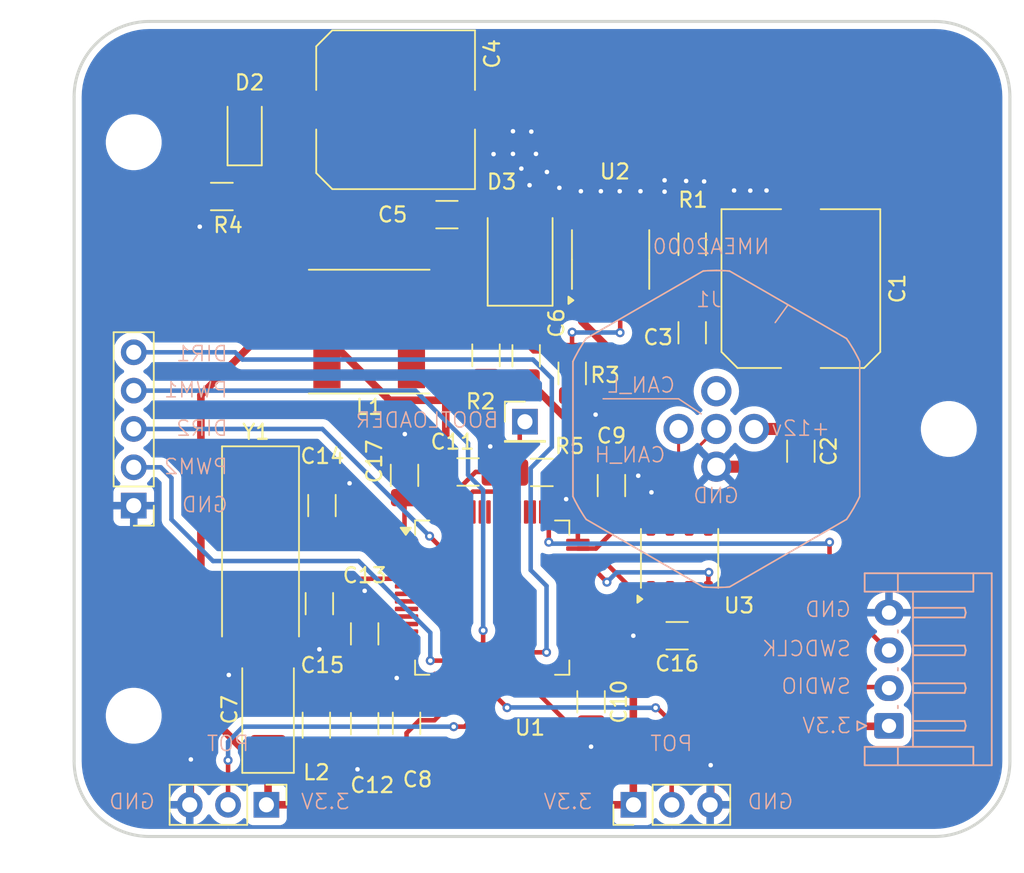
<source format=kicad_pcb>
(kicad_pcb (version 20240108) (generator "pcbnew") (generator_version "8.0")
  (title_block (comment 4 "AISLER Project ID: NTZIGRFK"))
  (layers (0 "F.Cu" signal) (31 "B.Cu" signal) (34 "B.Paste" user) (35 "F.Paste" user) (36 "B.SilkS" user "B.Silkscreen") (37 "F.SilkS" user "F.Silkscreen") (38 "B.Mask" user) (39 "F.Mask" user) (44 "Edge.Cuts" user))
  (net 0 "")
  (net 1 "+12V")
  (net 2 "GND")
  (net 3 "Net-(U2-Enable)")
  (net 4 "+3.3V")
  (net 5 "Net-(U2-Feedback)")
  (net 6 "+3.3VA")
  (net 7 "Net-(U1-PF0)")
  (net 8 "Net-(U1-PF1)")
  (net 9 "Net-(D2-K)")
  (net 11 "Net-(U1-BOOT0)")
  (net 19 "CAN_TX")
  (net 26 "SWDIO")
  (net 30 "DIR2")
  (net 35 "CAN_RX")
  (net 39 "PWM1")
  (net 40 "PWM2")
  (net 51 "DIR1")
  (net 55 "SWCLK")
  (net 60 "Left ADC")
  (net 61 "Right ADC")
  (net 62 "Net-(D3-K)")
  (net 63 "/CAN+")
  (net 64 "/CAN-")
  (footprint "Capacitor_SMD:C_1206_3216Metric" (layer "F.Cu") (at 103.67 108.475 90)
    (property "Reference" "C14")
    (property "Value" "30p" (hide yes))
  )
  (footprint "Capacitor_SMD:C_1206_3216Metric" (layer "F.Cu") (at 117.2 98.55 90)
    (property "Reference" "C6")
    (property "Value" "10nF" (hide yes))
  )
  (footprint "Capacitor_SMD:C_1206_3216Metric" (layer "F.Cu") (at 109.14 106.475 90)
    (property "Reference" "C17")
    (property "Value" "100n")
  )
  (footprint "Capacitor_SMD:C_1206_3216Metric" (layer "F.Cu") (at 122.85 107.15 -90)
    (property "Reference" "C9")
    (property "Value" "100n" (hide yes))
  )
  (footprint "MountingHole:MountingHole_3.2mm_M3_ISO7380" (layer "F.Cu") (at 91.2 122.4)
    (property "Reference" "REF**" (hide yes))
    (property "Value" "MountingHole_3.2mm_M3_ISO7380" (hide yes))
  )
  (footprint "Diode_SMD:D_SMB" (layer "F.Cu") (at 116.8 91.575 90)
    (property "Reference" "D3")
    (property "Value" "B240")
  )
  (footprint "Capacitor_SMD:C_Elec_10x10.2" (layer "F.Cu") (at 135.4 94.1 90)
    (property "Reference" "C1")
    (property "Value" "470µF" (hide yes))
  )
  (footprint "MountingHole:MountingHole_3.2mm_M3_ISO7380" (layer "F.Cu") (at 145.2 103.4)
    (property "Reference" "REF**" (hide yes))
    (property "Value" "MountingHole_3.2mm_M3_ISO7380" (hide yes))
  )
  (footprint "Capacitor_SMD:C_Elec_10x10.2" (layer "F.Cu") (at 108.55 82.25)
    (property "Reference" "C4")
    (property "Value" "470µF" (hide yes))
  )
  (footprint "Inductor_SMD:L_Taiyo-Yuden_NR-80xx" (layer "F.Cu") (at 106.8 96.95 180)
    (property "Reference" "L1")
    (property "Value" "22µH")
  )
  (footprint "Capacitor_SMD:C_1206_3216Metric" (layer "F.Cu") (at 109.275 122.9 90)
    (property "Reference" "C8")
    (property "Value" "100n" (hide yes))
  )
  (footprint "Capacitor_SMD:C_1206_3216Metric" (layer "F.Cu") (at 103.5 114.975 -90)
    (property "Reference" "C15")
    (property "Value" "30p" (hide yes))
  )
  (footprint "Package_QFP:LQFP-64_10x10mm_P0.5mm" (layer "F.Cu") (at 114.95 114.575)
    (property "Reference" "U1")
    (property "Value" "STM32F302RBTx" (hide yes))
  )
  (footprint "Capacitor_SMD:C_1206_3216Metric" (layer "F.Cu") (at 106.5 116.975 90)
    (property "Reference" "C13")
    (property "Value" "100n" (hide yes))
  )
  (footprint "Resistor_SMD:R_1206_3216Metric" (layer "F.Cu") (at 120.25 99.72 -90)
    (property "Reference" "R3")
    (property "Value" "1k5" (hide yes))
  )
  (footprint "Capacitor_SMD:C_1206_3216Metric" (layer "F.Cu") (at 111.95 89.2)
    (property "Reference" "C5")
    (property "Value" "0.1µF" (hide yes))
  )
  (footprint "Capacitor_Tantalum_SMD:CP_EIA-6032-20_AVX-F_Pad2.25x2.35mm_HandSolder" (layer "F.Cu") (at 100.1 122.25 90)
    (property "Reference" "C7")
    (property "Value" "4µ7")
  )
  (footprint "Resistor_SMD:R_1206_3216Metric" (layer "F.Cu") (at 118.2375 106.28)
    (property "Reference" "R5")
    (property "Value" "10K" (hide yes))
  )
  (footprint "LED_SMD:LED_1206_3216Metric" (layer "F.Cu") (at 98.55 83.65 90)
    (property "Reference" "D2")
    (property "Value" "LED" (hide yes))
  )
  (footprint "Resistor_SMD:R_1206_3216Metric" (layer "F.Cu") (at 97.0375 88 180)
    (property "Reference" "R4")
    (property "Value" "1k5" (hide yes))
  )
  (footprint "Capacitor_SMD:C_1206_3216Metric" (layer "F.Cu") (at 113.35 106.25)
    (property "Reference" "C11")
    (property "Value" "100n" (hide yes))
  )
  (footprint "Crystal:Crystal_SMD_HC49-SD" (layer "F.Cu") (at 99.6 111.25 -90)
    (property "Reference" "Y1")
    (property "Value" "8MHz" (hide yes))
  )
  (footprint "Capacitor_SMD:C_1206_3216Metric" (layer "F.Cu") (at 106.5 122.925 -90)
    (property "Reference" "C12")
    (property "Value" "1µ" (hide yes))
  )
  (footprint "Inductor_SMD:L_1206_3216Metric" (layer "F.Cu") (at 103.3 123.025 90)
    (property "Reference" "L2")
    (property "Value" "27n" (hide yes))
  )
  (footprint "Connector_PinHeader_2.54mm:PinHeader_1x05_P2.54mm_Vertical" (layer "F.Cu") (at 91.2 108.48 180)
    (property "Reference" "J2" (hide yes))
    (property "Value" "Motor connection" (hide yes))
  )
  (footprint "Resistor_SMD:R_1206_3216Metric" (layer "F.Cu") (at 114.54 98.52 90)
    (property "Reference" "R2")
    (property "Value" "2k5" (hide yes))
  )
  (footprint "Capacitor_SMD:C_1206_3216Metric" (layer "F.Cu") (at 121.5 121.475 -90)
    (property "Reference" "C10")
    (property "Value" "100n")
  )
  (footprint "Connector_PinHeader_2.54mm:PinHeader_1x03_P2.54mm_Vertical" (layer "F.Cu") (at 99.99 128.3 -90)
    (property "Reference" "J4" (hide yes))
    (property "Value" "Right motor" (hide yes))
  )
  (footprint "Capacitor_SMD:C_1206_3216Metric" (layer "F.Cu") (at 135.4 104.875 -90)
    (property "Reference" "C2")
    (property "Value" "0.1µF")
  )
  (footprint "Capacitor_SMD:C_1206_3216Metric" (layer "F.Cu") (at 128.2 97.025 90)
    (property "Reference" "C3")
    (property "Value" "0.1µF" (hide yes))
  )
  (footprint "Connector_PinHeader_2.54mm:PinHeader_1x01_P2.54mm_Vertical" (layer "F.Cu") (at 117.12 102.92)
    (property "Reference" "H1" (hide yes))
    (property "Value" "MountingHole_Pad" (hide yes))
  )
  (footprint "MountingHole:MountingHole_3.2mm_M3_ISO7380" (layer "F.Cu") (at 91.2 84.405)
    (property "Reference" "REF**" (hide yes))
    (property "Value" "MountingHole_3.2mm_M3_ISO7380" (hide yes))
  )
  (footprint "Package_SO:SOIC-8_3.9x4.9mm_P1.27mm" (layer "F.Cu") (at 127.365 111.975 90)
    (property "Reference" "U3")
    (property "Value" "SN65HVD230" (hide yes))
  )
  (footprint "Connector_PinHeader_2.54mm:PinHeader_1x03_P2.54mm_Vertical" (layer "F.Cu") (at 124.31 128.3 90)
    (property "Reference" "J3" (hide yes))
    (property "Value" "Left motor" (hide yes))
  )
  (footprint "Capacitor_SMD:C_1206_3216Metric" (layer "F.Cu") (at 127.2 117.1 180)
    (property "Reference" "C16")
    (property "Value" "100n" (hide yes))
  )
  (footprint "Resistor_SMD:R_1206_3216Metric" (layer "F.Cu") (at 128.2 91.1625 90)
    (property "Reference" "R1")
    (property "Value" "100k" (hide yes))
  )
  (footprint "Package_SO:SOIC-8_3.9x4.9mm_P1.27mm" (layer "F.Cu") (at 122.795 92.175 90)
    (property "Reference" "U2")
    (property "Value" "~" (hide yes))
  )
  (footprint "Connector_JST:JST_EH_S4B-EH_1x04_P2.50mm_Horizontal" (layer "B.Cu") (at 141.2375 123.07 90)
    (property "Reference" "J5" (hide yes))
    (property "Value" "SWI" (hide yes))
  )
  (footprint "m12_5pol:m12_5pol" (layer "B.Cu") (at 129.8 103.4 180)
    (property "Reference" "J1")
    (property "Value" "Conn_01x05_Pin")
  )
  (gr_line (start 149.25 125.4) (end 149.25 81.4) (stroke (width 0.2)) (layer "Edge.Cuts"))
  (gr_line (start 92.25 130.4) (end 144.25 130.4) (stroke (width 0.2)) (layer "Edge.Cuts"))
  (gr_arc (start 149.25 125.4) (mid 147.785534 128.935534) (end 144.25 130.4) (stroke (width 0.2)) (layer "Edge.Cuts"))
  (gr_arc (start 87.25 81.4) (mid 88.714466 77.864466) (end 92.249999 76.4) (stroke (width 0.2)) (layer "Edge.Cuts"))
  (gr_line (start 87.25 81.4) (end 87.25 125.400001) (stroke (width 0.2)) (layer "Edge.Cuts"))
  (gr_arc (start 92.25 130.4) (mid 88.714466 128.935534) (end 87.25 125.400001) (stroke (width 0.2)) (layer "Edge.Cuts"))
  (gr_arc (start 144.25 76.4) (mid 147.785534 77.864466) (end 149.25 81.4) (stroke (width 0.2)) (layer "Edge.Cuts"))
  (gr_line (start 144.25 76.4) (end 92.249999 76.4) (stroke (width 0.2)) (layer "Edge.Cuts"))
  (gr_text "GND\n" (at 134.975 128.675 0) (layer "B.SilkS") (effects (font (size 1 1) (thickness 0.1)) (justify left bottom mirror)))
  (gr_text "POT" (at 98.914762 124.825 0) (layer "B.SilkS") (effects (font (size 1 1) (thickness 0.1)) (justify left bottom mirror)))
  (gr_text "SWDCLK\n" (at 138.79 118.54 0) (layer "B.SilkS") (effects (font (size 1 1) (thickness 0.1)) (justify left bottom mirror)))
  (gr_text "POT" (at 128.294762 124.825 0) (layer "B.SilkS") (effects (font (size 1 1) (thickness 0.1)) (justify left bottom mirror)))
  (gr_text "DIR2" (at 97.5 103.9395 0) (layer "B.SilkS") (effects (font (size 1 1) (thickness 0.1)) (justify left bottom mirror)))
  (gr_text "GND\n" (at 97.5 109 0) (layer "B.SilkS") (effects (font (size 1 1) (thickness 0.1)) (justify left bottom mirror)))
  (gr_text "SWDIO\n\n" (at 138.79 122.64 0) (layer "B.SilkS") (effects (font (size 1 1) (thickness 0.1)) (justify left bottom mirror)))
  (gr_text "3.3V\n" (at 138.79 123.64 0) (layer "B.SilkS") (effects (font (size 1 1) (thickness 0.1)) (justify left bottom mirror)))
  (gr_text "PWM2\n" (at 97.5 106.4795 0) (layer "B.SilkS") (effects (font (size 1 1) (thickness 0.1)) (justify left bottom mirror)))
  (gr_text "PWM1\n" (at 97.5 101.3995 0) (layer "B.SilkS") (effects (font (size 1 1) (thickness 0.1)) (justify left bottom mirror)))
  (gr_text "BOOTLOADER" (at 115.44 103.4 0) (layer "B.SilkS") (effects (font (size 1 1) (thickness 0.1)) (justify left bottom mirror)))
  (gr_text "3.3V\n" (at 121.65 128.675 0) (layer "B.SilkS") (effects (font (size 1 1) (thickness 0.1)) (justify left bottom mirror)))
  (gr_text "GND\n" (at 138.79 115.94 0) (layer "B.SilkS") (effects (font (size 1 1) (thickness 0.1)) (justify left bottom mirror)))
  (gr_text "GND\n" (at 92.675 128.675 0) (layer "B.SilkS") (effects (font (size 1 1) (thickness 0.1)) (justify left bottom mirror)))
  (gr_text "DIR1\n" (at 97.5 99 0) (layer "B.SilkS") (effects (font (size 1 1) (thickness 0.1)) (justify left bottom mirror)))
  (gr_text "3.3V\n" (at 105.575 128.675 0) (layer "B.SilkS") (effects (font (size 1 1) (thickness 0.1)) (justify left bottom mirror)))
  (gr_text "NMEA2000\n" (at 133.4 91.9 0) (layer "B.SilkS") (effects (font (size 1 1) (thickness 0.1)) (justify left bottom mirror)))
  (segment (start 120.89 95.15) (end 120.89 96.28) (width 0.5) (layer "F.Cu") (net 1))
  (segment (start 120.89 96.28) (end 123.11 98.5) (width 0.5) (layer "F.Cu") (net 1))
  (segment (start 135.4 98.5) (end 128.2 98.5) (width 0.8) (layer "F.Cu") (net 1))
  (segment (start 135.4 103.4) (end 135.4 98.5) (width 0.8) (layer "F.Cu") (net 1))
  (segment (start 123.11 98.5) (end 128.2 98.5) (width 0.5) (layer "F.Cu") (net 1))
  (segment (start 132.3 103.4) (end 135.4 103.4) (width 0.8) (layer "F.Cu") (net 1))
  (segment (start 94.95 127.97) (end 94.95 125.33) (width 0.5) (layer "F.Cu") (net 2))
  (segment (start 125.4 117.1) (end 124.3 117.1) (width 0.5) (layer "F.Cu") (net 2))
  (segment (start 95.5625 89.9875) (end 95.575 90) (width 0.5) (layer "F.Cu") (net 2))
  (segment (start 132.95 106.35) (end 132.5 105.9) (width 0.8) (layer "F.Cu") (net 2))
  (segment (start 108.625 119.9) (end 108.625 119.875) (width 0.5) (layer "F.Cu") (net 2))
  (segment (start 122.85 108.625) (end 122.85 108.275) (width 0.5) (layer "F.Cu") (net 2))
  (segment (start 106.05 125.95) (end 106.025 125.95) (width 0.5) (layer "F.Cu") (net 2))
  (segment (start 111.7 108.02188) (end 112.11188 107.61) (width 0.3) (layer "F.Cu") (net 2))
  (segment (start 109.16 103.74) (end 109.15 103.75) (width 0.5) (layer "F.Cu") (net 2))
  (segment (start 112.49 107.61) (end 113.85 106.25) (width 0.3) (layer "F.Cu") (net 2))
  (segment (start 95.5625 88.05) (end 95.5625 89.9875) (width 0.5) (layer "F.Cu") (net 2))
  (segment (start 105.5 107) (end 103.67 107) (width 0.5) (layer "F.Cu") (net 2))
  (segment (start 114.825 104.565) (end 114.825 106.25) (width 0.5) (layer "F.Cu") (net 2))
  (segment (start 109.15 103.75) (end 109.15 105.3) (width 0.5) (layer "F.Cu") (net 2))
  (segment (start 121.5 122.95) (end 121.5 124.45) (width 0.5) (layer "F.Cu") (net 2))
  (segment (start 111.7 108.9) (end 111.7 108.02188) (width 0.3) (layer "F.Cu") (net 2))
  (segment (start 118.2 120.25) (end 118.2 121.12812) (width 0.3) (layer "F.Cu") (net 2))
  (segment (start 109.275 116.325) (end 107.325 116.325) (width 0.3) (layer "F.Cu") (net 2))
  (segment (start 129.425 125.675) (end 129.425 127.8175) (width 0.5) (layer "F.Cu") (net 2))
  (segment (start 125.725 117.1) (end 125.4 117.1) (width 0.5) (layer "F.Cu") (net 2))
  (segment (start 126.73 114.45) (end 126.73 116.095) (width 0.5) (layer "F.Cu") (net 2))
  (segment (start 122.85 110.3) (end 122.85 108.625) (width 0.3) (layer "F.Cu") (net 2))
  (segment (start 112.11188 107.61) (end 112.49 107.61) (width 0.3) (layer "F.Cu") (net 2))
  (segment (start 106.5 115.5) (end 106.5 114.125) (width 0.5) (layer "F.Cu") (net 2))
  (segment (start 114.82 104.56) (end 114.825 104.565) (width 0.5) (layer "F.Cu") (net 2))
  (segment (start 126.73 116.095) (end 125.725 117.1) (width 0.5) (layer "F.Cu") (net 2))
  (segment (start 125.46 109.5) (end 125.5 107.6) (width 0.5) (layer "F.Cu") (net 2))
  (segment (start 122.85 108.275) (end 124.625 106.5) (width 0.5) (layer "F.Cu") (net 2))
  (segment (start 106.5 124.4) (end 106.5 125.5) (width 0.5) (layer "F.Cu") (net 2))
  (segment (start 95 127.92) (end 94.92 128) (width 0.3) (layer "F.Cu") (net 2))
  (segment (start 119.7 101.225) (end 120.575 101.225) (width 0.5) (layer "F.Cu") (net 2))
  (segment (start 132.5 105.9) (end 129.8 105.9) (width 0.8) (layer "F.Cu") (net 2))
  (segment (start 119.6625 106.3) (end 119.85 106.4875) (width 0.5) (layer "F.Cu") (net 2))
  (segment (start 118.2 121.12812) (end 120.02188 122.95) (width 0.3) (layer "F.Cu") (net 2))
  (segment (start 121.825 111.325) (end 122.85 110.3) (width 0.3) (layer "F.Cu") (net 2))
  (segment (start 107.325 116.325) (end 106.5 115.5) (width 0.3) (layer "F.Cu") (net 2))
  (segment (start 106.025 125.95) (end 106.025 125.975) (width 0.5) (layer "F.Cu") (net 2))
  (segment (start 103.625 116.325) (end 103.5 116.45) (width 0.3) (layer "F.Cu") (net 2))
  (segment (start 106.5 125.5) (end 106.05 125.95) (width 0.5) (layer "F.Cu") (net 2))
  (segment (start 119.9875 101.0125) (end 120 101) (width 0.5) (layer "F.Cu") (net 2))
  (segment (start 109.275 121.425) (end 108.625 120.775) (width 0.5) (layer "F.Cu") (net 2))
  (segment (start 113.85 106.25) (end 114.825 106.25) (width 0.3) (layer "F.Cu") (net 2))
  (segment (start 119.85 106.4875) (end 119.85 107.95) (width 0.5) (layer "F.Cu") (net 2))
  (segment (start 120.02188 122.95) (end 121.5 122.95) (width 0.3) (layer "F.Cu") (net 2))
  (segment (start 120.625 111.325) (end 121.825 111.325) (width 0.3) (layer "F.Cu") (net 2))
  (segment (start 100.1 119.7) (end 97.5 119.7) (width 0.5) (layer "F.Cu") (net 2))
  (segment (start 106.025 125.975) (end 106.075 125.925) (width 0.5) (layer "F.Cu") (net 2))
  (segment (start 120.575 101.225) (end 121.8 102.45) (width 0.5) (layer "F.Cu") (net 2))
  (segment (start 108.625 120.775) (end 108.625 119.9) (width 0.5) (layer "F.Cu") (net 2))
  (segment (start 135.4 106.35) (end 132.95 106.35) (width 0.8) (layer "F.Cu") (net 2))
  (segment (start 125.5 107.6) (end 125.46 107.64) (width 0.5) (layer "F.Cu") (net 2))
  (segment (start 103.5 116.45) (end 103.5 118) (width 0.3) (layer "F.Cu") (net 2))
  (via (at 130.975 87.6) (size 0.6) (drill 0.3) (layers "F.Cu" "B.Cu") (net 2))
  (via (at 121.5 124.45) (size 0.6) (drill 0.3) (layers "F.Cu" "B.Cu") (net 2))
  (via (at 95.575 90) (size 0.6) (drill 0.3) (layers "F.Cu" "B.Cu") (net 2))
  (via (at 119.85 108.05) (size 0.6) (drill 0.3) (layers "F.Cu" "B.Cu") (net 2))
  (via (at 106.5 114.125) (size 0.6) (drill 0.3) (layers "F.Cu" "B.Cu") (net 2))
  (via (at 126.37 86.925) (size 0.6) (drill 0.3) (layers "F.Cu" "B.Cu") (net 2))
  (via (at 129.425 125.675) (size 0.6) (drill 0.3) (layers "F.Cu" "B.Cu") (net 2))
  (via (at 114.82 104.56) (size 0.6) (drill 0.3) (layers "F.Cu" "B.Cu") (net 2))
  (via (at 124.625 106.5) (size 0.6) (drill 0.3) (layers "F.Cu" "B.Cu") (net 2))
  (via (at 123.4 87.65) (size 0.6) (drill 0.3) (layers "F.Cu" "B.Cu") (net 2))
  (via (at 105.5 107) (size 0.6) (drill 0.3) (layers "F.Cu" "B.Cu") (net 2))
  (via (at 116.325 83.675) (size 0.6) (drill 0.3) (layers "F.Cu" "B.Cu") (net 2))
  (via (at 108.625 119.9) (size 0.6) (drill 0.3) (layers "F.Cu" "B.Cu") (net 2))
  (via (at 103.5 118) (size 0.6) (drill 0.3) (layers "F.Cu" "B.Cu") (net 2))
  (via (at 117.85 85.175) (size 0.6) (drill 0.3) (layers "F.Cu" "B.Cu") (net 2))
  (via (at 127.8 86.97) (size 0.6) (drill 0.3) (layers "F.Cu" "B.Cu") (net 2))
  (via (at 120.825 87.65) (size 0.6) (drill 0.3) (layers "F.Cu" "B.Cu") (net 2))
  (via (at 109.16 103.74) (size 0.6) (drill 0.3) (layers "F.Cu" "B.Cu") (net 2))
  (via (at 124.775 87.65) (size 0.6) (drill 0.3) (layers "F.Cu" "B.Cu") (net 2))
  (via (at 124.3 117.1) (size 0.6) (drill 0.3) (layers "F.Cu" "B.Cu") (net 2))
  (via (at 122.15 87.65) (size 0.6) (drill 0.3) (layers "F.Cu" "B.Cu") (net 2))
  (via (at 97.5 119.7) (size 0.6) (drill 0.3) (layers "F.Cu" "B.Cu") (net 2))
  (via (at 117.54 83.7) (size 0.6) (drill 0.3) (layers "F.Cu" "B.Cu") (net 2))
  (via (at 118.575 86.375) (size 0.6) (drill 0.3) (layers "F.Cu" "B.Cu") (net 2))
  (via (at 133.125 87.6) (size 0.6) (drill 0.3) (layers "F.Cu" "B.Cu") (net 2))
  (via (at 128.99 87) (size 0.6) (drill 0.3) (layers "F.Cu" "B.Cu") (net 2))
  (via (at 106.025 125.95) (size 0.6) (drill 0.3) (layers "F.Cu" "B.Cu") (net 2))
  (via (at 116.325 85.175) (size 0.6) (drill 0.3) (layers "F.Cu" "B.Cu") (net 2))
  (via (at 119.4 87.425) (size 0.6) (drill 0.3) (layers "F.Cu" "B.Cu") (net 2))
  (via (at 132.05 87.61) (size 0.6) (drill 0.3) (layers "F.Cu" "B.Cu") (net 2))
  (via (at 94.985 125.295) (size 0.6) (drill 0.3) (layers "F.Cu" "B.Cu") (net 2))
  (via (at 125.5 107.6) (size 0.6) (drill 0.3) (layers "F.Cu" "B.Cu") (net 2))
  (via (at 115.04 85.19) (size 0.6) (drill 0.3) (layers "F.Cu" "B.Cu") (net 2))
  (via (at 126.37 87.68) (size 0.6) (drill 0.3) (layers "F.Cu" "B.Cu") (net 2))
  (via (at 117.425 87.25) (size 0.6) (drill 0.3) (layers "F.Cu" "B.Cu") (net 2))
  (via (at 116.88 86.15) (size 0.6) (drill 0.3) (layers "F.Cu" "B.Cu") (net 2))
  (via (at 121.8 102.45) (size 0.6) (drill 0.3) (layers "F.Cu" "B.Cu") (net 2))
  (segment (start 128.2 94.1) (end 126.7 94.1) (width 0.5) (layer "F.Cu") (net 3))
  (segment (start 126.7 94.1) (end 125.65 95.15) (width 0.5) (layer "F.Cu") (net 3))
  (segment (start 128.2 95.55) (end 128.2 92.625) (width 0.5) (layer "F.Cu") (net 3))
  (segment (start 125.65 95.15) (end 124.7 95.15) (width 0.5) (layer "F.Cu") (net 3))
  (segment (start 99.85 96.95) (end 103.6 96.95) (width 0.5) (layer "F.Cu") (net 4))
  (segment (start 111.8 106.325) (end 111.875 106.25) (width 0.5) (layer "F.Cu") (net 4))
  (segment (start 100.3 128.3) (end 124 128.3) (width 0.5) (layer "F.Cu") (net 4))
  (segment (start 124.3 120.1) (end 124.2 120) (width 0.5) (layer "F.Cu") (net 4))
  (segment (start 95.65 101.15) (end 99.85 96.95) (width 0.5) (layer "F.Cu") (net 4))
  (segment (start 128.675 117.1) (end 128.675 119.925) (width 0.5) (layer "F.Cu") (net 4))
  (segment (start 127.8 120) (end 124.2 120) (width 0.5) (layer "F.Cu") (net 4))
  (segment (start 111.125 122.7) (end 110.125 122.7) (width 0.3) (layer "F.Cu") (net 4))
  (segment (start 98.6 124.8) (end 95.65 121.85) (width 0.5) (layer "F.Cu") (net 4))
  (segment (start 109.275 123.55) (end 109.275 124.375) (width 0.3) (layer "F.Cu") (net 4))
  (segment (start 111.775 101.5) (end 112.3 101.5) (width 0.5) (layer "F.Cu") (net 4))
  (segment (start 120.625 108.475) (end 122.85 106.25) (width 0.3) (layer "F.Cu") (net 4))
  (segment (start 122.85 106.25) (end 122.85 105.675) (width 0.3) (layer "F.Cu") (net 4))
  (segment (start 121.25 120.25) (end 121.5 120) (width 0.3) (layer "F.Cu") (net 4))
  (segment (start 104 82.3) (end 98.6 82.3) (width 0.5) (layer "F.Cu") (net 4))
  (segment (start 109.705 106.325) (end 111.8 106.325) (width 0.5) (layer "F.Cu") (net 4))
  (segment (start 109.275 128.275) (end 109.275 124.375) (width 0.5) (layer "F.Cu") (net 4))
  (segment (start 100.1 124.6) (end 103.3 124.6) (width 0.5) (layer "F.Cu") (net 4))
  (segment (start 124.2 120) (end 121.5 120) (width 0.5) (layer "F.Cu") (net 4))
  (segment (start 109.14 110.69) (end 109.275 110.825) (width 0.3) (layer "F.Cu") (net 4))
  (segment (start 109.14 106.89) (end 109.705 106.325) (width 0.5) (layer "F.Cu") (net 4))
  (segment (start 111.875 106.805) (end 111.875 106.25) (width 0.3) (layer "F.Cu") (net 4))
  (segment (start 122.808122 105.675) (end 122.85 105.675) (width 0.5) (layer "F.Cu") (net 4))
  (segment (start 104 95.7) (end 104 82.3) (width 0.5) (layer "F.Cu") (net 4))
  (segment (start 128 116.425) (end 128.675 117.1) (width 0.5) (layer "F.Cu") (net 4))
  (segment (start 120.625 110.825) (end 120.625 108.475) (width 0.3) (layer "F.Cu") (net 4))
  (segment (start 110.475 89.2) (end 104 89.2) (width 0.5) (layer "F.Cu") (net 4))
  (segment (start 108.15 101.5) (end 111.775 101.5) (width 0.5) (layer "F.Cu") (net 4))
  (segment (start 111.875 101.6) (end 111.875 106.25) (width 0.5) (layer "F.Cu") (net 4))
  (segment (start 118.7 120.25) (end 121.25 120.25) (width 0.3) (layer "F.Cu") (net 4))
  (segment (start 124.3 128) (end 124.3 120.1) (width 0.5) (layer "F.Cu") (net 4))
  (segment (start 117.1575 99.9825) (end 117.2 100.025) (width 0.5) (layer "F.Cu") (net 4))
  (segment (start 111.775 101.5) (end 111.875 101.6) (width 0.5) (layer "F.Cu") (net 4))
  (segment (start 112.2 120.25) (end 112.2 121.625) (width 0.3) (layer "F.Cu") (net 4))
  (segment (start 112.3 101.5) (end 113.8175 99.9825) (width 0.5) (layer "F.Cu") (net 4))
  (segment (start 110.125 122.7) (end 109.275 123.55) (width 0.3) (layer "F.Cu") (net 4))
  (segment (start 100.1 124.6) (end 100.1 127.475) (width 0.5) (layer "F.Cu") (net 4))
  (segment (start 117.2 100.025) (end 117.2 100.066878) (width 0.5) (layer "F.Cu") (net 4))
  (segment (start 113.8175 99.9825) (end 114.54 99.9825) (width 0.5) (layer "F.Cu") (net 4))
  (segment (start 134.9 123.1) (end 131.8 120) (width 0.5) (layer "F.Cu") (net 4))
  (segment (start 141.6 123.1) (end 134.9 123.1) (width 0.5) (layer "F.Cu") (net 4))
  (segment (start 111.2 107.48) (end 111.875 106.805) (width 0.3) (layer "F.Cu") (net 4))
  (segment (start 100.1 124.8) (end 98.6 124.8) (width 0.5) (layer "F.Cu") (net 4))
  (segment (start 114.54 99.9825) (end 117.1575 99.9825) (width 0.5) (layer "F.Cu") (net 4))
  (segment (start 95.65 121.85) (end 95.65 101.15) (width 0.5) (layer "F.Cu") (net 4))
  (segment (start 117.2 100.066878) (end 122.808122 105.675) (width 0.5) (layer "F.Cu") (net 4))
  (segment (start 112.2 121.625) (end 111.125 122.7) (width 0.3) (layer "F.Cu") (net 4))
  (segment (start 109.14 107.95) (end 109.14 110.69) (width 0.3) (layer "F.Cu") (net 4))
  (segment (start 128.675 119.925) (end 128.6 120) (width 0.5) (layer "F.Cu") (net 4))
  (segment (start 128 114.45) (end 128 116.425) (width 0.5) (layer "F.Cu") (net 4))
  (segment (start 141.7 123) (end 141.6 123.1) (width 0.5) (layer "F.Cu") (net 4))
  (segment (start 124 128.3) (end 124.3 128) (width 0.5) (layer "F.Cu") (net 4))
  (segment (start 131.8 120) (end 127.8 120) (width 0.5) (layer "F.Cu") (net 4))
  (segment (start 111.2 108.9) (end 111.2 107.48) (width 0.3) (layer "F.Cu") (net 4))
  (segment (start 109.14 107.95) (end 109.14 106.89) (width 0.5) (layer "F.Cu") (net 4))
  (segment (start 103.6 96.95) (end 108.15 101.5) (width 0.5) (layer "F.Cu") (net 4))
  (segment (start 128.6 120) (end 127.8 120) (width 0.5) (layer "F.Cu") (net 4))
  (segment (start 123.43 97.01) (end 123.43 94.65) (width 0.3) (layer "F.Cu") (net 5))
  (segment (start 114.54 97.0575) (end 117.1825 97.0575) (width 0.3) (layer "F.Cu") (net 5))
  (segment (start 120.25 96.99) (end 120.24 97) (width 0.3) (layer "F.Cu") (net 5))
  (segment (start 117.2 97.075) (end 117.2 97.77) (width 0.3) (layer "F.Cu") (net 5))
  (segment (start 120.24 97) (end 120.24 98.2475) (width 0.3) (layer "F.Cu") (net 5))
  (segment (start 123.42 97.02) (end 123.43 97.01) (width 0.3) (layer "F.Cu") (net 5))
  (segment (start 120.24 98.2475) (end 120.25 98.2575) (width 0.3) (layer "F.Cu") (net 5))
  (segment (start 117.1825 97.0575) (end 117.2 97.075) (width 0.3) (layer "F.Cu") (net 5))
  (segment (start 117.6875 98.2575) (end 120.25 98.2575) (width 0.3) (layer "F.Cu") (net 5))
  (segment (start 117.2 97.77) (end 117.6875 98.2575) (width 0.3) (layer "F.Cu") (net 5))
  (via (at 120.25 96.99) (size 0.6) (drill 0.3) (layers "F.Cu" "B.Cu") (net 5))
  (via (at 123.42 97.02) (size 0.6) (drill 0.3) (layers "F.Cu" "B.Cu") (net 5))
  (segment (start 123.41 97.01) (end 120.27 97.01) (width 0.3) (layer "B.Cu") (net 5))
  (segment (start 120.27 97.01) (end 120.25 96.99) (width 0.3) (layer "B.Cu") (net 5))
  (segment (start 123.42 97.02) (end 123.41 97.01) (width 0.3) (layer "B.Cu") (net 5))
  (segment (start 106.5 117.5) (end 106.5 118.45) (width 0.3) (layer "F.Cu") (net 6))
  (segment (start 107.175 116.825) (end 106.5 117.5) (width 0.3) (layer "F.Cu") (net 6))
  (segment (start 106.5 121.45) (end 103.3 121.45) (width 0.5) (layer "F.Cu") (net 6))
  (segment (start 106.5 121.45) (end 106.5 118.45) (width 0.5) (layer "F.Cu") (net 6))
  (segment (start 109.275 116.825) (end 107.175 116.825) (width 0.3) (layer "F.Cu") (net 6))
  (segment (start 99.6 109.4) (end 99.6 107) (width 0.3) (layer "F.Cu") (net 7))
  (segment (start 100.24 110.04) (end 99.6 109.4) (width 0.3) (layer "F.Cu") (net 7))
  (segment (start 109.275 112.825) (end 108.005 112.825) (width 0.3) (layer "F.Cu") (net 7))
  (segment (start 105.22 110.04) (end 100.24 110.04) (width 0.3) (layer "F.Cu") (net 7))
  (segment (start 108.005 112.825) (end 105.22 110.04) (width 0.3) (layer "F.Cu") (net 7))
  (segment (start 101.8 113.5) (end 99.8 115.5) (width 0.3) (layer "F.Cu") (net 8))
  (segment (start 103.5 113.5) (end 101.8 113.5) (width 0.3) (layer "F.Cu") (net 8))
  (segment (start 99.8 115.5) (end 99.6 115.5) (width 0.3) (layer "F.Cu") (net 8))
  (segment (start 109.275 113.325) (end 103.675 113.325) (width 0.3) (layer "F.Cu") (net 8))
  (segment (start 103.675 113.325) (end 103.5 113.5) (width 0.3) (layer "F.Cu") (net 8))
  (segment (start 98.45 85.15) (end 98.5 85.2) (width 0.5) (layer "F.Cu") (net 9))
  (segment (start 98.5 85.2) (end 98.5 88) (width 0.5) (layer "F.Cu") (net 9))
  (segment (start 113.67188 107.55) (end 115.51 107.55) (width 0.3) (layer "F.Cu") (net 11))
  (segment (start 116.775 106.285) (end 116.775 106.28) (width 0.3) (layer "F.Cu") (net 11))
  (segment (start 115.51 107.55) (end 116.775 106.285) (width 0.3) (layer "F.Cu") (net 11))
  (segment (start 116.775 103.265) (end 116.775 106.28) (width 0.3) (layer "F.Cu") (net 11))
  (segment (start 117.12 102.92) (end 116.775 103.265) (width 0.3) (layer "F.Cu") (net 11))
  (segment (start 113.2 108.9) (end 113.2 108.02188) (width 0.3) (layer "F.Cu") (net 11))
  (segment (start 113.2 108.02188) (end 113.67188 107.55) (width 0.3) (layer "F.Cu") (net 11))
  (segment (start 124.65 114.45) (end 125.46 114.45) (width 0.3) (layer "F.Cu") (net 19))
  (segment (start 122.525 112.325) (end 124.65 114.45) (width 0.3) (layer "F.Cu") (net 19))
  (segment (start 120.625 112.325) (end 122.525 112.325) (width 0.3) (layer "F.Cu") (net 19))
  (segment (start 139.73 120.5) (end 131.055 111.825) (width 0.3) (layer "F.Cu") (net 26))
  (segment (start 131.055 111.825) (end 120.625 111.825) (width 0.3) (layer "F.Cu") (net 26))
  (segment (start 141.7 120.5) (end 139.73 120.5) (width 0.3) (layer "F.Cu") (net 26))
  (segment (start 113.2 119.164774) (end 113.2 120.25) (width 0.3) (layer "F.Cu") (net 30))
  (segment (start 112.8 118.764774) (end 113.2 119.164774) (width 0.3) (layer "F.Cu") (net 30))
  (segment (start 110.8 110.5) (end 112.8 112.5) (width 0.3) (layer "F.Cu") (net 30))
  (segment (start 112.8 112.5) (end 112.8 118.764774) (width 0.3) (layer "F.Cu") (net 30))
  (via (at 110.8 110.5) (size 0.6) (drill 0.3) (layers "F.Cu" "B.Cu") (net 30))
  (segment (start 110.8 110.5) (end 103.7 103.4) (width 0.3) (layer "B.Cu") (net 30))
  (segment (start 103.7 103.4) (end 91.2 103.4) (width 0.3) (layer "B.Cu") (net 30))
  (segment (start 129.27 112.93) (end 129.27 114.45) (width 0.3) (layer "F.Cu") (net 35))
  (segment (start 129.3 112.9) (end 129.27 112.93) (width 0.3) (layer "F.Cu") (net 35))
  (segment (start 122.55 113.55) (end 121.825 112.825) (width 0.3) (layer "F.Cu") (net 35))
  (segment (start 121.825 112.825) (end 120.625 112.825) (width 0.3) (layer "F.Cu") (net 35))
  (via (at 122.55 113.55) (size 0.6) (drill 0.3) (layers "F.Cu" "B.Cu") (net 35))
  (via (at 129.3 112.9) (size 0.6) (drill 0.3) (layers "F.Cu" "B.Cu") (net 35))
  (segment (start 123.2 112.9) (end 122.55 113.55) (width 0.3) (layer "B.Cu") (net 35))
  (segment (start 129.3 112.9) (end 123.2 112.9) (width 0.3) (layer "B.Cu") (net 35))
  (segment (start 114.35 116.75) (end 114.35 117.55) (width 0.3) (layer "F.Cu") (net 39))
  (segment (start 113.7 118.2) (end 113.7 120.25) (width 0.3) (layer "F.Cu") (net 39))
  (segment (start 114.35 117.55) (end 113.7 118.2) (width 0.3) (layer "F.Cu") (net 39))
  (via (at 114.35 116.75) (size 0.6) (drill 0.3) (layers "F.Cu" "B.Cu") (net 39))
  (segment (start 114.35 116.75) (end 114.35 107.45) (width 0.3) (layer "B.Cu") (net 39))
  (segment (start 113.35 106.45) (end 113.35 104.35) (width 0.3) (layer "B.Cu") (net 39))
  (segment (start 114.35 107.45) (end 113.35 106.45) (width 0.3) (layer "B.Cu") (net 39))
  (segment (start 109.86 100.86) (end 91.2 100.86) (width 0.3) (layer "B.Cu") (net 39))
  (segment (start 113.35 104.35) (end 109.86 100.86) (width 0.3) (layer "B.Cu") (net 39))
  (segment (start 112.07812 118.75) (end 112.7 119.37188) (width 0.3) (layer "F.Cu") (net 40))
  (segment (start 110.85 118.75) (end 112.07812 118.75) (width 0.3) (layer "F.Cu") (net 40))
  (segment (start 112.7 119.37188) (end 112.7 119.5) (width 0.3) (layer "F.Cu") (net 40))
  (via (at 110.85 118.75) (size 0.6) (drill 0.3) (layers "F.Cu" "B.Cu") (net 40))
  (segment (start 93.7 109.4) (end 93.7 106.65) (width 0.3) (layer "B.Cu") (net 40))
  (segment (start 96.45 112.15) (end 93.7 109.4) (width 0.3) (layer "B.Cu") (net 40))
  (segment (start 110.85 116.9) (end 106.1 112.15) (width 0.3) (layer "B.Cu") (net 40))
  (segment (start 93.7 106.65) (end 92.99 105.94) (width 0.3) (layer "B.Cu") (net 40))
  (segment (start 92.99 105.94) (end 91.2 105.94) (width 0.3) (layer "B.Cu") (net 40))
  (segment (start 110.85 118.75) (end 110.85 116.9) (width 0.3) (layer "B.Cu") (net 40))
  (segment (start 106.1 112.15) (end 96.45 112.15) (width 0.3) (layer "B.Cu") (net 40))
  (segment (start 114.2 119.37188) (end 114.77188 118.8) (width 0.3) (layer "F.Cu") (net 51))
  (segment (start 114.77188 118.8) (end 117.05 118.8) (width 0.3) (layer "F.Cu") (net 51))
  (segment (start 114.2 120.25) (end 114.2 119.37188) (width 0.3) (layer "F.Cu") (net 51))
  (segment (start 117.05 118.8) (end 117.65 118.2) (width 0.3) (layer "F.Cu") (net 51))
  (segment (start 117.65 118.2) (end 118.55 118.2) (width 0.3) (layer "F.Cu") (net 51))
  (via (at 118.55 118.2) (size 0.6) (drill 0.3) (layers "F.Cu" "B.Cu") (net 51))
  (segment (start 118.55 118.2) (end 118.55 113.8) (width 0.3) (layer "B.Cu") (net 51))
  (segment (start 118.9 100.05) (end 117.65 98.8) (width 0.3) (layer "B.Cu") (net 51))
  (segment (start 98.4 98.8) (end 97.92 98.32) (width 0.3) (layer "B.Cu") (net 51))
  (segment (start 117.5 112.75) (end 117.5 106) (width 0.3) (layer "B.Cu") (net 51))
  (segment (start 117.5 106) (end 118.9 104.6) (width 0.3) (layer "B.Cu") (net 51))
  (segment (start 118.55 113.8) (end 117.5 112.75) (width 0.3) (layer "B.Cu") (net 51))
  (segment (start 117.65 98.8) (end 98.4 98.8) (width 0.3) (layer "B.Cu") (net 51))
  (segment (start 97.92 98.32) (end 91.2 98.32) (width 0.3) (layer "B.Cu") (net 51))
  (segment (start 118.9 104.6) (end 118.9 100.05) (width 0.3) (layer "B.Cu") (net 51))
  (segment (start 137.3 110.9) (end 137.3 114.19) (width 0.3) (layer "F.Cu") (net 55))
  (segment (start 118.7 110.9) (end 118.7 108.9) (width 0.3) (layer "F.Cu") (net 55))
  (segment (start 137.3 114.19) (end 141.18 118.07) (width 0.3) (layer "F.Cu") (net 55))
  (via (at 137.3 110.9) (size 0.6) (drill 0.3) (layers "F.Cu" "B.Cu") (net 55))
  (via (at 118.7 110.9) (size 0.6) (drill 0.3) (layers "F.Cu" "B.Cu") (net 55))
  (segment (start 137.2 111) (end 118.8 111) (width 0.3) (layer "B.Cu") (net 55))
  (segment (start 118.8 111) (end 118.7 110.9) (width 0.3) (layer "B.Cu") (net 55))
  (segment (start 137.3 110.9) (end 137.2 111) (width 0.3) (layer "B.Cu") (net 55))
  (segment (start 115.93594 121.86406) (end 115.2 121.12812) (width 0.3) (layer "F.Cu") (net 60))
  (segment (start 125.875 121.875) (end 126.84 122.84) (width 0.3) (layer "F.Cu") (net 60))
  (segment (start 115.2 121.12812) (end 115.2 120.25) (width 0.3) (layer "F.Cu") (net 60))
  (segment (start 125.775 121.875) (end 125.875 121.875) (width 0.3) (layer "F.Cu") (net 60))
  (segment (start 126.84 122.84) (end 126.84 128) (width 0.3) (layer "F.Cu") (net 60))
  (via (at 125.775 121.875) (size 0.6) (drill 0.3) (layers "F.Cu" "B.Cu") (net 60))
  (via (at 115.93594 121.86406) (size 0.6) (drill 0.3) (layers "F.Cu" "B.Cu") (net 60))
  (segment (start 123.85 121.85) (end 115.95 121.85) (width 0.3) (layer "B.Cu") (net 60))
  (segment (start 123.875 121.875) (end 123.85 121.85) (width 0.3) (layer "B.Cu") (net 60))
  (segment (start 125.775 121.875) (end 123.875 121.875) (width 0.3) (layer "B.Cu") (net 60))
  (segment (start 115.95 121.85) (end 115.93594 121.86406) (width 0.3) (layer "B.Cu") (net 60))
  (segment (start 114.7 121.55) (end 114.7 120.25) (width 0.3) (layer "F.Cu") (net 61))
  (segment (start 112.4 123.125) (end 113.125 123.125) (width 0.3) (layer "F.Cu") (net 61))
  (segment (start 97.45 125.3525) (end 97.45 127.8975) (width 0.3) (layer "F.Cu") (net 61))
  (segment (start 113.125 123.125) (end 114.7 121.55) (width 0.3) (layer "F.Cu") (net 61))
  (via (at 112.4 123.125) (size 0.6) (drill 0.3) (layers "F.Cu" "B.Cu") (net 61))
  (via (at 97.45 125.3525) (size 0.6) (drill 0.3) (layers "F.Cu" "B.Cu") (net 61))
  (segment (start 97.45 124.125) (end 97.45 125.3525) (width 0.3) (layer "B.Cu") (net 61))
  (segment (start 98.45 123.125) (end 97.45 124.125) (width 0.3) (layer "B.Cu") (net 61))
  (segment (start 112.4 123.125) (end 98.45 123.125) (width 0.3) (layer "B.Cu") (net 61))
  (segment (start 121.2 92.7) (end 117.3 92.7) (width 0.5) (layer "F.Cu") (net 62))
  (segment (start 122.16 93.66) (end 121.2 92.7) (width 0.5) (layer "F.Cu") (net 62))
  (segment (start 111.85 94.75) (end 111.85 96.95) (width 0.5) (layer "F.Cu") (net 62))
  (segment (start 116.8 93.7) (end 112.9 93.7) (width 0.5) (layer "F.Cu") (net 62))
  (segment (start 112.9 93.7) (end 111.85 94.75) (width 0.5) (layer "F.Cu") (net 62))
  (segment (start 117.3 92.7) (end 116.8 93.2) (width 0.5) (layer "F.Cu") (net 62))
  (segment (start 122.16 94.65) (end 122.16 93.66) (width 0.5) (layer "F.Cu") (net 62))
  (segment (start 116.8 93.2) (end 116.8 94.1) (width 0.5) (layer "F.Cu") (net 62))
  (segment (start 126.73 108.037499) (end 127.14 107.627499) (width 0.2) (layer "F.Cu") (net 63))
  (segment (start 127.14 105.423603) (end 127.3 105.263603) (width 0.2) (layer "F.Cu") (net 63))
  (segment (start 127.3 105.263603) (end 127.3 103.4) (width 0.2) (layer "F.Cu") (net 63))
  (segment (start 126.73 109.5) (end 126.73 108.037499) (width 0.2) (layer "F.Cu") (net 63))
  (segment (start 127.14 107.627499) (end 127.14 105.423603) (width 0.2) (layer "F.Cu") (net 63))
  (segment (start 127.59 107.627499) (end 127.59 105.61) (width 0.2) (layer "F.Cu") (net 64))
  (segment (start 128 109.5) (end 128 108.037499) (width 0.2) (layer "F.Cu") (net 64))
  (segment (start 128 108.037499) (end 127.59 107.627499) (width 0.2) (layer "F.Cu") (net 64))
  (segment (start 127.59 105.61) (end 129.8 103.4) (width 0.2) (layer "F.Cu") (net 64))
  (zone (net 2) (net_name "GND") (layer "F.Cu") (connect_pads yes (clearance 0.5)) (min_thickness 0.25) (fill yes (thermal_gap 0.5) (thermal_bridge_width 0.5))
    (polygon (pts (xy 110.325 80.725) (xy 116.5 80.725) (xy 121 86.275) (xy 137.05 86.3) (xy 137.05 92.55) (xy 133.625 92.55) (xy 132.075 90.95) (xy 115.325 90.975) (xy 113.85 90.45) (xy 112.25 90.45) (xy 112.225 87.5) (xy 110.325 84.95)))
  )
  (zone (net 2) (net_name "GND") (layer "B.Cu") (priority 1) (connect_pads (clearance 0.5)) (min_thickness 0.25) (fill yes (thermal_gap 0.5) (thermal_bridge_width 0.5))
    (polygon (pts (xy 82.56 74.98) (xy 150.2 75) (xy 150.13 132.82) (xy 82.34 132.08)))
  )
)
</source>
